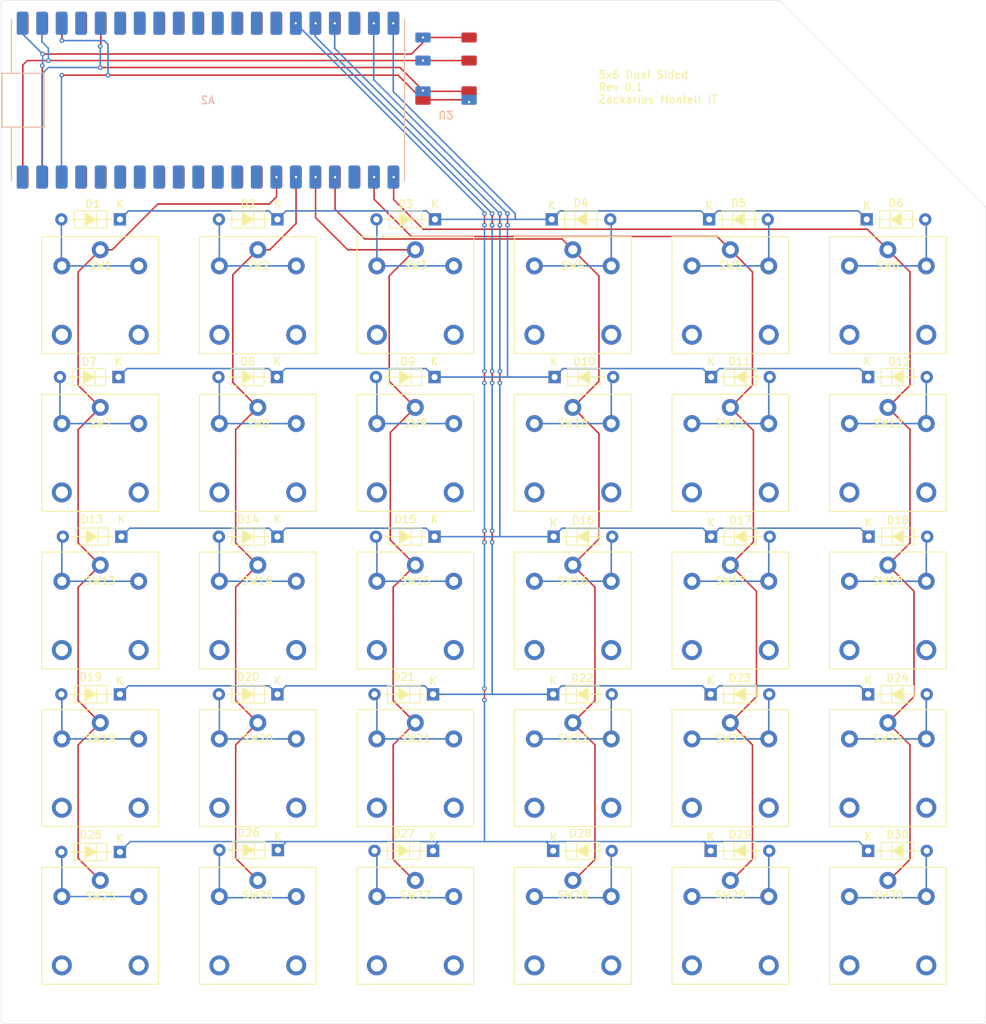
<source format=kicad_pcb>
(kicad_pcb
	(version 20241229)
	(generator "pcbnew")
	(generator_version "9.0")
	(general
		(thickness 1.6)
		(legacy_teardrops no)
	)
	(paper "A4")
	(layers
		(0 "F.Cu" signal)
		(2 "B.Cu" signal)
		(9 "F.Adhes" user "F.Adhesive")
		(11 "B.Adhes" user "B.Adhesive")
		(13 "F.Paste" user)
		(15 "B.Paste" user)
		(5 "F.SilkS" user "F.Silkscreen")
		(7 "B.SilkS" user "B.Silkscreen")
		(1 "F.Mask" user)
		(3 "B.Mask" user)
		(17 "Dwgs.User" user "User.Drawings")
		(19 "Cmts.User" user "User.Comments")
		(21 "Eco1.User" user "User.Eco1")
		(23 "Eco2.User" user "User.Eco2")
		(25 "Edge.Cuts" user)
		(27 "Margin" user)
		(31 "F.CrtYd" user "F.Courtyard")
		(29 "B.CrtYd" user "B.Courtyard")
		(35 "F.Fab" user)
		(33 "B.Fab" user)
		(39 "User.1" user)
		(41 "User.2" user)
		(43 "User.3" user)
		(45 "User.4" user)
	)
	(setup
		(pad_to_mask_clearance 0)
		(allow_soldermask_bridges_in_footprints no)
		(tenting front back)
		(pcbplotparams
			(layerselection 0x00000000_00000000_55555555_5755f5ff)
			(plot_on_all_layers_selection 0x00000000_00000000_00000000_00000000)
			(disableapertmacros no)
			(usegerberextensions no)
			(usegerberattributes yes)
			(usegerberadvancedattributes yes)
			(creategerberjobfile yes)
			(dashed_line_dash_ratio 12.000000)
			(dashed_line_gap_ratio 3.000000)
			(svgprecision 4)
			(plotframeref no)
			(mode 1)
			(useauxorigin no)
			(hpglpennumber 1)
			(hpglpenspeed 20)
			(hpglpendiameter 15.000000)
			(pdf_front_fp_property_popups yes)
			(pdf_back_fp_property_popups yes)
			(pdf_metadata yes)
			(pdf_single_document no)
			(dxfpolygonmode yes)
			(dxfimperialunits yes)
			(dxfusepcbnewfont yes)
			(psnegative no)
			(psa4output no)
			(plot_black_and_white yes)
			(sketchpadsonfab no)
			(plotpadnumbers no)
			(hidednponfab no)
			(sketchdnponfab yes)
			(crossoutdnponfab yes)
			(subtractmaskfromsilk no)
			(outputformat 1)
			(mirror no)
			(drillshape 0)
			(scaleselection 1)
			(outputdirectory "gerbers/")
		)
	)
	(net 0 "")
	(net 1 "col3")
	(net 2 "unconnected-(A1-~{3V3_EN}-Pad37)")
	(net 3 "unconnected-(A1-ADC2{slash}GP28-Pad34)")
	(net 4 "row0")
	(net 5 "unconnected-(A1-ADC_VREF-Pad35)")
	(net 6 "unconnected-(A1-VSYS-Pad39)")
	(net 7 "unconnected-(A1-GP22-Pad29)")
	(net 8 "unconnected-(A1-GND-Pad8)")
	(net 9 "unconnected-(A1-GP5-Pad7)")
	(net 10 "row3")
	(net 11 "unconnected-(A1-GND-Pad18)")
	(net 12 "unconnected-(A1-GND-Pad13)")
	(net 13 "row2")
	(net 14 "unconnected-(A1-VBUS-Pad40)")
	(net 15 "col1")
	(net 16 "unconnected-(A1-ADC0{slash}GP26-Pad31)")
	(net 17 "row4")
	(net 18 "col5")
	(net 19 "unconnected-(A1-RUN-Pad30)")
	(net 20 "unconnected-(A1-GP9-Pad12)")
	(net 21 "unconnected-(A1-GND-Pad23)")
	(net 22 "unconnected-(A1-GND-Pad28)")
	(net 23 "unconnected-(A1-ADC1{slash}GP27-Pad32)")
	(net 24 "unconnected-(A1-GP8-Pad11)")
	(net 25 "unconnected-(A1-GND-Pad3)")
	(net 26 "col4")
	(net 27 "unconnected-(A1-GND-Pad33)")
	(net 28 "row1")
	(net 29 "col0")
	(net 30 "col2")
	(net 31 "Net-(D1-A)")
	(net 32 "Net-(D2-A)")
	(net 33 "Net-(D3-A)")
	(net 34 "Net-(D4-A)")
	(net 35 "Net-(D5-A)")
	(net 36 "Net-(D6-A)")
	(net 37 "Net-(D7-A)")
	(net 38 "Net-(D8-A)")
	(net 39 "Net-(D9-A)")
	(net 40 "Net-(D10-A)")
	(net 41 "Net-(D11-A)")
	(net 42 "Net-(D12-A)")
	(net 43 "Net-(D13-A)")
	(net 44 "Net-(D14-A)")
	(net 45 "Net-(D15-A)")
	(net 46 "Net-(D16-A)")
	(net 47 "Net-(D17-A)")
	(net 48 "Net-(D18-A)")
	(net 49 "Net-(D19-A)")
	(net 50 "Net-(D20-A)")
	(net 51 "Net-(D21-A)")
	(net 52 "Net-(D22-A)")
	(net 53 "Net-(D23-A)")
	(net 54 "Net-(D24-A)")
	(net 55 "Net-(D25-A)")
	(net 56 "Net-(D26-A)")
	(net 57 "Net-(D27-A)")
	(net 58 "Net-(D28-A)")
	(net 59 "Net-(D29-A)")
	(net 60 "Net-(D30-A)")
	(net 61 "unconnected-(A1-GP3-Pad5)")
	(net 62 "unconnected-(A1-GP21-Pad27)")
	(net 63 "unconnected-(A1-GP7-Pad10)")
	(net 64 "unconnected-(A1-GP6-Pad9)")
	(net 65 "unconnected-(A1-GP2-Pad4)")
	(net 66 "unconnected-(A1-GP4-Pad6)")
	(net 67 "3v31")
	(net 68 "tx1")
	(net 69 "rx1")
	(net 70 "gnd1")
	(net 71 "unconnected-(A2-RUN-Pad30)")
	(net 72 "unconnected-(A2-GND-Pad3)")
	(net 73 "unconnected-(A2-GND-Pad13)")
	(net 74 "unconnected-(A2-GND-Pad28)")
	(net 75 "unconnected-(A2-GP2-Pad4)")
	(net 76 "unconnected-(A2-ADC1{slash}GP27-Pad32)")
	(net 77 "unconnected-(A2-GND-Pad8)")
	(net 78 "unconnected-(A2-ADC2{slash}GP28-Pad34)")
	(net 79 "unconnected-(A2-GP8-Pad11)")
	(net 80 "unconnected-(A2-GP3-Pad5)")
	(net 81 "unconnected-(A2-GP22-Pad29)")
	(net 82 "unconnected-(A2-VBUS-Pad40)")
	(net 83 "unconnected-(A2-GP10-Pad14)")
	(net 84 "unconnected-(A2-GND-Pad33)")
	(net 85 "unconnected-(A2-GND-Pad23)")
	(net 86 "unconnected-(A2-GP4-Pad6)")
	(net 87 "unconnected-(A2-GP6-Pad9)")
	(net 88 "unconnected-(A2-ADC0{slash}GP26-Pad31)")
	(net 89 "unconnected-(A2-~{3V3_EN}-Pad37)")
	(net 90 "unconnected-(A2-GND-Pad18)")
	(net 91 "unconnected-(A2-GP9-Pad12)")
	(net 92 "unconnected-(A2-GP7-Pad10)")
	(net 93 "unconnected-(A2-ADC_VREF-Pad35)")
	(net 94 "unconnected-(A2-3V3(OUT)-Pad36)")
	(net 95 "unconnected-(A2-GP5-Pad7)")
	(footprint "PCM_Switch_Keyboard_Kailh:SW_Kailh_Choc_V2_1.00u_double-sided" (layer "F.Cu") (at 107.5 122.35))
	(footprint "PCM_Diode_THT_AKL:D_DO-35_SOD27_P7.62mm_Horizontal" (layer "F.Cu") (at 166.5 92.25))
	(footprint "PCM_Switch_Keyboard_Kailh:SW_Kailh_Choc_V2_1.00u_double-sided" (layer "F.Cu") (at 128 142.85))
	(footprint "PCM_Switch_Keyboard_Kailh:SW_Kailh_Choc_V2_1.00u_double-sided" (layer "F.Cu") (at 210 60.85))
	(footprint "PCM_Diode_THT_AKL:D_DO-35_SOD27_P7.62mm_Horizontal" (layer "F.Cu") (at 130.5 71.5 180))
	(footprint "PCM_Switch_Keyboard_Kailh:SW_Kailh_Choc_V2_1.00u_double-sided" (layer "F.Cu") (at 148.5 142.85))
	(footprint "PCM_Diode_THT_AKL:D_DO-35_SOD27_P7.62mm_Horizontal" (layer "F.Cu") (at 187 71.5))
	(footprint "PCM_Diode_THT_AKL:D_DO-35_SOD27_P7.62mm_Horizontal" (layer "F.Cu") (at 151 71.5 180))
	(footprint "PCM_Diode_THT_AKL:D_DO-35_SOD27_P7.62mm_Horizontal" (layer "F.Cu") (at 130.56 112.75 180))
	(footprint "PCM_Diode_THT_AKL:D_DO-35_SOD27_P7.62mm_Horizontal" (layer "F.Cu") (at 109.87 71.5 180))
	(footprint "PCM_SL_Development_Boards:raspberry_pi_pico_SMD_Reversed" (layer "F.Cu") (at 121.5 35.5 90))
	(footprint "PCM_Diode_THT_AKL:D_DO-35_SOD27_P7.62mm_Horizontal" (layer "F.Cu") (at 186.94 133.1))
	(footprint "PCM_Switch_Keyboard_Kailh:SW_Kailh_Choc_V2_1.00u_double-sided" (layer "F.Cu") (at 210 142.85))
	(footprint "PCM_Diode_THT_AKL:D_DO-35_SOD27_P7.62mm_Horizontal" (layer "F.Cu") (at 110.06 112.75 180))
	(footprint "PCM_Diode_THT_AKL:D_DO-35_SOD27_P7.62mm_Horizontal" (layer "F.Cu") (at 151.06 51 180))
	(footprint "PCM_Switch_Keyboard_Kailh:SW_Kailh_Choc_V2_1.00u_double-sided" (layer "F.Cu") (at 189.5 60.85))
	(footprint "PCM_Switch_Keyboard_Kailh:SW_Kailh_Choc_V2_1.00u_double-sided" (layer "F.Cu") (at 210 101.85))
	(footprint "PCM_SL_Development_Boards:raspberry_pi_pico_SMD" (layer "F.Cu") (at 121.55 35.5 90))
	(footprint "PCM_Switch_Keyboard_Kailh:SW_Kailh_Choc_V2_1.00u_double-sided" (layer "F.Cu") (at 189.5 101.85))
	(footprint "PCM_Switch_Keyboard_Kailh:SW_Kailh_Choc_V2_1.00u_double-sided" (layer "F.Cu") (at 169 101.85))
	(footprint "PCM_Switch_Keyboard_Kailh:SW_Kailh_Choc_V2_1.00u_double-sided" (layer "F.Cu") (at 148.5 101.85))
	(footprint "PCM_Switch_Keyboard_Kailh:SW_Kailh_Choc_V2_1.00u_double-sided" (layer "F.Cu") (at 107.5 60.85))
	(footprint "PCM_Switch_Keyboard_Kailh:SW_Kailh_Choc_V2_1.00u_double-sided" (layer "F.Cu") (at 128 122.35))
	(footprint "PCM_Diode_THT_AKL:D_DO-35_SOD27_P7.62mm_Horizontal" (layer "F.Cu") (at 166.63 71.5))
	(footprint "PCM_Diode_THT_AKL:D_DO-35_SOD27_P7.62mm_Horizontal" (layer "F.Cu") (at 166.44 133.1))
	(footprint "PCM_Switch_Keyboard_Kailh:SW_Kailh_Choc_V2_1.00u_double-sided" (layer "F.Cu") (at 210 81.35))
	(footprint "PCM_Diode_THT_AKL:D_DO-35_SOD27_P7.62mm_Horizontal"
		(layer "F.Cu")
		(uuid "8780c5f2-f324-4842-bbd4-5e58ff287038")
		(at 166.44 112.75)
		(descr "Diode, DO-35_SOD27 series, Axial, Horizontal, pin pitch=7.62mm, , length*diameter=4*2mm^2, , http://www.diodes.com/_files/packages/DO-35.pdf, Alternate KiCad Library")
		(tags "Diode DO-35_SOD27 series Axial Horizontal pin pitch 7.62mm  length 4mm diameter 2mm")
		(property "Reference" "D22"
			(at 3.81 -2.12 0)
			(layer "F.SilkS")
			(uuid "ef505a7f-884f-478e-be23-c3fac737790e")
			(effects
				(font
					(size 1 1)
					(thickness 0.15)
				)
			)
		)
		(property "Value" "1N4148"
			(at 3.81 2.12 0)
			(layer "F.Fab")
			(hide yes)
			(uuid "ae56d117-5c77-445a-9f44-07b70b9b5367")
			(effects
				(font
					(size 1 1)
					(thickness 0.15)
				)
			)
		)
		(property "Datasheet" "https://datasheet.octopart.com/1N4148TR-ON-Semiconductor-datasheet-42765246.pdf"
			(at 0 0 0)
			(layer "F.Fab")
			(hide yes)
			(uuid "a55551c9-2e13-44f2-b378-60b57aa3119e")
			(effects
				(font
					(size 1.27 1.27)
					(thickness 0.15)
				)
			)
		)
		(property "Description" "DO-35 Diode, Small Signal, Fast Switching, 75V, 150mA, 4ns, Alternate KiCad Library"
			(at 0 0 0)
			(layer "F.Fab")
			(hide yes)
			(uuid "dcd9a2d5-15c5-414d-ab40-45a27fc8b82c")
			(effects
				(font
					(size 1.27 1.27)
					(thickness 0.15)
				)
			)
		)
		(property ki_fp_filters "TO-???* *_Diode_* *SingleDiode* D_*")
		(path "/63169afd-aa5d-4250-97e4-4d2cc00e12b1")
		(sheetname "/")
		(sheetfile "5x6.kicad_sch")
		(attr through_hole)
		(fp_line
			(start 1.04 0)
			(end 1.69 0)
			(stroke
				(width 0.12)
				(type solid)
			)
			(layer "F.SilkS")
			(uuid "820a8a8c-730a-4d76-b67a-5f13df4c96d9")
		)
		(fp_line
			(start 1.651 0)
			(end 3.048 0)
			(stroke
				(width 0.12)
				(type solid)
			)
			(layer "F.SilkS")
			(uuid "21ec6344-1413-464d-88b1-737d60c6b7c2")
		)
		(fp_line
			(start 1.69 -1.12)
			(end 1.69 1.12)
			(stroke
				(width 0.12)
				(type solid)
			)
			(layer "F.SilkS")
			(uuid "748ce14b-0ac4-4043-8e72-12337ea3b1fc")
		)
		(fp_line
			(start 1.69 1.12)
			(end 5.93 1.12)
			(stroke
				(width 0.12)
				(type solid)
			)
			(layer "F.SilkS")
			(uuid "e8d462c7-d632-461a-8af2-1e3b607d505e")
		)
		(fp_line
			(start 3.048 -0.889)
			(end 3.048 0.889)
			(stroke
				(width 0.12)
				(type solid)
			)
			(layer "F.SilkS")
			(uuid "b3782cfa-7b1a-466c-9661-86bc40afd96a")
		)
		(fp_line
			(start 5.93 -1.12)
			(end 1.69 -1.12)
			(stroke
				(width 0.12)
				(type solid)
			)
			(layer "F.SilkS")
			(uuid "0e136f00-ca65-4f7c-aa8e-b561c6fbd6b7")
		)
		(fp_line
	
... [301876 chars truncated]
</source>
